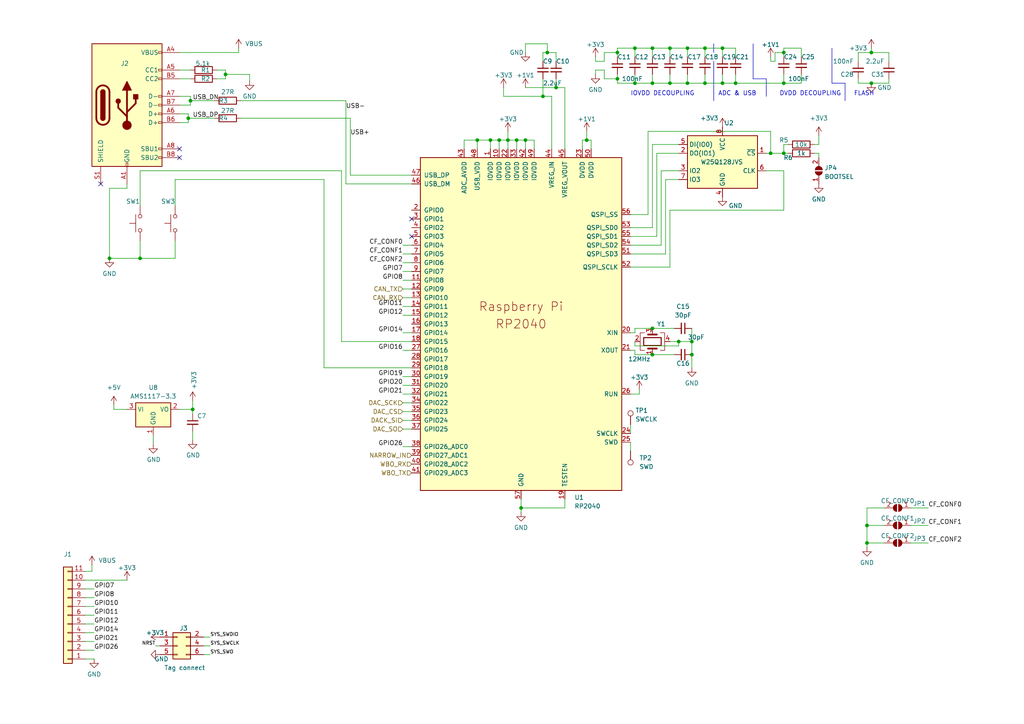
<source format=kicad_sch>
(kicad_sch (version 20230819) (generator eeschema)
  (paper "A4")
  (title_block (title "OpenEFI WBO Carrier Board") (date "2023-11-28") (rev "v3") (company "Churrosoft®") (comment 1 "CERN-OHL-S Licence"))
  (lib_symbols
    (symbol "Connector:TestPoint" (pin_numbers hide) (pin_names (offset 0.762) hide)
      (property "Reference" "TP" (at 0 6.858 0))
      (property "Value" "TestPoint" (at 0 5.08 0))
      (symbol "TestPoint_1_1"
        (pin passive line (at 0 0 90) (length 2.54) (name "1") (number "1"))
      )
    )
    (symbol "Connector:USB_C_Receptacle_USB2.0" (pin_names (offset 1.016))
      (property "Reference" "J" (at -10.16 19.05 0))
      (property "Value" "USB_C_Receptacle_USB2.0" (at 19.05 19.05 0))
      (symbol "USB_C_Receptacle_USB2.0_1_1"
        (pin passive line (at 0 -22.86 90) (length 5.08) (name "GND") (number "A1"))
        (pin passive line (at 0 -22.86 90) (length 5.08) hide (name "GND") (number "A12"))
        (pin passive line (at 15.24 15.24 180) (length 5.08) (name "VBUS") (number "A4"))
        (pin bidirectional line (at 15.24 10.16 180) (length 5.08) (name "CC1") (number "A5"))
        (pin bidirectional line (at 15.24 -2.54 180) (length 5.08) (name "D+") (number "A6"))
        (pin bidirectional line (at 15.24 2.54 180) (length 5.08) (name "D-") (number "A7"))
        (pin bidirectional line (at 15.24 -12.7 180) (length 5.08) (name "SBU1") (number "A8"))
        (pin passive line (at 15.24 15.24 180) (length 5.08) hide (name "VBUS") (number "A9"))
        (pin passive line (at 0 -22.86 90) (length 5.08) hide (name "GND") (number "B1"))
        (pin passive line (at 0 -22.86 90) (length 5.08) hide (name "GND") (number "B12"))
        (pin passive line (at 15.24 15.24 180) (length 5.08) hide (name "VBUS") (number "B4"))
        (pin bidirectional line (at 15.24 7.62 180) (length 5.08) (name "CC2") (number "B5"))
        (pin bidirectional line (at 15.24 -5.08 180) (length 5.08) (name "D+") (number "B6"))
        (pin bidirectional line (at 15.24 0 180) (length 5.08) (name "D-") (number "B7"))
        (pin bidirectional line (at 15.24 -15.24 180) (length 5.08) (name "SBU2") (number "B8"))
        (pin passive line (at 15.24 15.24 180) (length 5.08) hide (name "VBUS") (number "B9"))
        (pin passive line (at -7.62 -22.86 90) (length 5.08) (name "SHIELD") (number "S1"))
      )
    )
    (symbol "Connector_Generic:Conn_01x11" (pin_names (offset 1.016) hide)
      (property "Reference" "J" (at 0 15.24 0))
      (property "Value" "Conn_01x11" (at 0 -15.24 0))
      (symbol "Conn_01x11_1_1"
        (pin passive line (at -5.08 12.7 0) (length 3.81) (name "Pin_1") (number "1"))
        (pin passive line (at -5.08 -10.16 0) (length 3.81) (name "Pin_10") (number "10"))
        (pin passive line (at -5.08 -12.7 0) (length 3.81) (name "Pin_11") (number "11"))
        (pin passive line (at -5.08 10.16 0) (length 3.81) (name "Pin_2") (number "2"))
        (pin passive line (at -5.08 7.62 0) (length 3.81) (name "Pin_3") (number "3"))
        (pin passive line (at -5.08 5.08 0) (length 3.81) (name "Pin_4") (number "4"))
        (pin passive line (at -5.08 2.54 0) (length 3.81) (name "Pin_5") (number "5"))
        (pin passive line (at -5.08 0 0) (length 3.81) (name "Pin_6") (number "6"))
        (pin passive line (at -5.08 -2.54 0) (length 3.81) (name "Pin_7") (number "7"))
        (pin passive line (at -5.08 -5.08 0) (length 3.81) (name "Pin_8") (number "8"))
        (pin passive line (at -5.08 -7.62 0) (length 3.81) (name "Pin_9") (number "9"))
      )
    )
    (symbol "Connector_Generic:Conn_02x03_Odd_Even" (pin_names (offset 1.016) hide)
      (property "Reference" "J" (at 1.27 5.08 0))
      (property "Value" "Conn_02x03_Odd_Even" (at 1.27 -5.08 0))
      (symbol "Conn_02x03_Odd_Even_1_1"
        (pin passive line (at -5.08 2.54 0) (length 3.81) (name "Pin_1") (number "1"))
        (pin passive line (at 7.62 2.54 180) (length 3.81) (name "Pin_2") (number "2"))
        (pin passive line (at -5.08 0 0) (length 3.81) (name "Pin_3") (number "3"))
        (pin passive line (at 7.62 0 180) (length 3.81) (name "Pin_4") (number "4"))
        (pin passive line (at -5.08 -2.54 0) (length 3.81) (name "Pin_5") (number "5"))
        (pin passive line (at 7.62 -2.54 180) (length 3.81) (name "Pin_6") (number "6"))
      )
    )
    (symbol "Device:C_Small" (pin_numbers hide) (pin_names (offset 0.254) hide)
      (property "Reference" "C" (at 0.254 1.778 0))
      (property "Value" "C_Small" (at 0.254 -2.032 0))
      (symbol "C_Small_1_1"
        (pin passive line (at 0 2.54 270) (length 2.032) (name "~") (number "1"))
        (pin passive line (at 0 -2.54 90) (length 2.032) (name "~") (number "2"))
      )
    )
    (symbol "Device:Crystal_GND24" (pin_names (offset 1.016) hide)
      (property "Reference" "Y" (at 3.175 5.08 0))
      (property "Value" "Crystal_GND24" (at 3.175 3.175 0))
      (symbol "Crystal_GND24_1_1"
        (pin passive line (at -3.81 0 0) (length 1.27) (name "1") (number "1"))
        (pin passive line (at 0 5.08 270) (length 1.27) (name "2") (number "2"))
        (pin passive line (at 3.81 0 180) (length 1.27) (name "3") (number "3"))
        (pin passive line (at 0 -5.08 90) (length 1.27) (name "4") (number "4"))
      )
    )
    (symbol "Device:R" (pin_numbers hide) (pin_names (offset 0))
      (property "Reference" "R" (at 2.032 0 90))
      (property "Value" "R" (at 0 0 90))
      (symbol "R_1_1"
        (pin passive line (at 0 3.81 270) (length 1.27) (name "~") (number "1"))
        (pin passive line (at 0 -3.81 90) (length 1.27) (name "~") (number "2"))
      )
    )
    (symbol "Jumper:SolderJumper_2_Open" (pin_names (offset 0) hide)
      (property "Reference" "JP" (at 0 2.032 0))
      (property "Value" "SolderJumper_2_Open" (at 0 -2.54 0))
      (symbol "SolderJumper_2_Open_1_1"
        (pin passive line (at -3.81 0 0) (length 2.54) (name "A") (number "1"))
        (pin passive line (at 3.81 0 180) (length 2.54) (name "B") (number "2"))
      )
    )
    (symbol "Memory_Flash:W25Q128JVS"
      (property "Reference" "U" (at -8.89 8.89 0))
      (property "Value" "W25Q128JVS" (at 7.62 8.89 0))
      (symbol "W25Q128JVS_1_1"
        (pin input line (at -12.7 2.54 0) (length 2.54) (name "~{CS}") (number "1"))
        (pin bidirectional line (at 12.7 2.54 180) (length 2.54) (name "DO(IO1)") (number "2"))
        (pin bidirectional line (at 12.7 -2.54 180) (length 2.54) (name "IO2") (number "3"))
        (pin power_in line (at 0 -10.16 90) (length 2.54) (name "GND") (number "4"))
        (pin bidirectional line (at 12.7 5.08 180) (length 2.54) (name "DI(IO0)") (number "5"))
        (pin input line (at -12.7 -2.54 0) (length 2.54) (name "CLK") (number "6"))
        (pin bidirectional line (at 12.7 -5.08 180) (length 2.54) (name "IO3") (number "7"))
        (pin power_in line (at 0 10.16 270) (length 2.54) (name "VCC") (number "8"))
      )
    )
    (symbol "Regulator_Linear:AMS1117-3.3"
      (property "Reference" "U" (at -3.81 3.175 0))
      (property "Value" "AMS1117-3.3" (at 0 3.175 0))
      (symbol "AMS1117-3.3_1_1"
        (pin power_in line (at 0 -7.62 90) (length 2.54) (name "GND") (number "1"))
        (pin power_out line (at 7.62 0 180) (length 2.54) (name "VO") (number "2"))
        (pin power_in line (at -7.62 0 0) (length 2.54) (name "VI") (number "3"))
      )
    )
    (symbol "Switch:SW_Push" (pin_numbers hide) (pin_names (offset 1.016) hide)
      (property "Reference" "SW" (at 1.27 2.54 0))
      (property "Value" "SW_Push" (at 0 -1.524 0))
      (symbol "SW_Push_0_1"
        (pin passive line (at -5.08 0 0) (length 2.54) (name "1") (number "1"))
        (pin passive line (at 5.08 0 180) (length 2.54) (name "2") (number "2"))
      )
    )
    (symbol "power:+1V1" (power) (pin_names (offset 0))
      (property "Value" "+1V1" (at 0 3.556 0))
      (symbol "+1V1_1_1"
        (pin power_in line (at 0 0 90) (length 0) hide (name "+1V1") (number "1"))
      )
    )
    (symbol "power:+3V3" (power) (pin_names (offset 0))
      (property "Value" "+3V3" (at 0 3.556 0))
      (symbol "+3V3_1_1"
        (pin power_in line (at 0 0 90) (length 0) hide (name "+3V3") (number "1"))
      )
    )
    (symbol "power:+5V" (power) (pin_names (offset 0))
      (property "Value" "+5V" (at 0 3.556 0))
      (symbol "+5V_1_1"
        (pin power_in line (at 0 0 90) (length 0) hide (name "+5V") (number "1"))
      )
    )
    (symbol "power:GND" (power) (pin_names (offset 0))
      (property "Value" "GND" (at 0 -3.81 0))
      (symbol "GND_1_1"
        (pin power_in line (at 0 0 270) (length 0) hide (name "GND") (number "1"))
      )
    )
    (symbol "power:VBUS" (power) (pin_names (offset 0))
      (property "Value" "VBUS" (at 0 3.81 0))
      (symbol "VBUS_1_1"
        (pin power_in line (at 0 0 90) (length 0) hide (name "VBUS") (number "1"))
      )
    )
    (symbol "rp_pico:RP2040" (pin_names (offset 1.016))
      (property "Reference" "U" (at -29.21 49.53 0))
      (property "Value" "RP2040" (at 24.13 -49.53 0))
      (symbol "RP2040_0_0"
        (text "Raspberry Pi" (at 0 5.08 0) (effects (font (size 2.54 2.54))))
        (text "RP2040" (at 0 0 0) (effects (font (size 2.54 2.54))))
      )
      (symbol "RP2040_1_1"
        (pin power_in line (at 8.89 50.8 270) (length 2.54) (name "IOVDD") (number "1"))
        (pin power_in line (at 6.35 50.8 270) (length 2.54) (name "IOVDD") (number "10"))
        (pin bidirectional line (at 31.75 12.7 180) (length 2.54) (name "GPIO8") (number "11"))
        (pin bidirectional line (at 31.75 10.16 180) (length 2.54) (name "GPIO9") (number "12"))
        (pin bidirectional line (at 31.75 7.62 180) (length 2.54) (name "GPIO10") (number "13"))
        (pin bidirectional line (at 31.75 5.08 180) (length 2.54) (name "GPIO11") (number "14"))
        (pin bidirectional line (at 31.75 2.54 180) (length 2.54) (name "GPIO12") (number "15"))
        (pin bidirectional line (at 31.75 0 180) (length 2.54) (name "GPIO13") (number "16"))
        (pin bidirectional line (at 31.75 -2.54 180) (length 2.54) (name "GPIO14") (number "17"))
        (pin bidirectional line (at 31.75 -5.08 180) (length 2.54) (name "GPIO15") (number "18"))
        (pin passive line (at -12.7 -50.8 90) (length 2.54) (name "TESTEN") (number "19"))
        (pin bidirectional line (at 31.75 33.02 180) (length 2.54) (name "GPIO0") (number "2"))
        (pin input line (at -31.75 -2.54 0) (length 2.54) (name "XIN") (number "20"))
        (pin passive line (at -31.75 -7.62 0) (length 2.54) (name "XOUT") (number "21"))
        (pin power_in line (at 3.81 50.8 270) (length 2.54) (name "IOVDD") (number "22"))
        (pin power_in line (at -17.78 50.8 270) (length 2.54) (name "DVDD") (number "23"))
        (pin output line (at -31.75 -31.75 0) (length 2.54) (name "SWCLK") (number "24"))
        (pin bidirectional line (at -31.75 -34.29 0) (length 2.54) (name "SWD") (number "25"))
        (pin input line (at -31.75 -20.32 0) (length 2.54) (name "RUN") (number "26"))
        (pin bidirectional line (at 31.75 -7.62 180) (length 2.54) (name "GPIO16") (number "27"))
        (pin bidirectional line (at 31.75 -10.16 180) (length 2.54) (name "GPIO17") (number "28"))
        (pin bidirectional line (at 31.75 -12.7 180) (length 2.54) (name "GPIO18") (number "29"))
        (pin bidirectional line (at 31.75 30.48 180) (length 2.54) (name "GPIO1") (number "3"))
        (pin bidirectional line (at 31.75 -15.24 180) (length 2.54) (name "GPIO19") (number "30"))
        (pin bidirectional line (at 31.75 -17.78 180) (length 2.54) (name "GPIO20") (number "31"))
        (pin bidirectional line (at 31.75 -20.32 180) (length 2.54) (name "GPIO21") (number "32"))
        (pin power_in line (at 1.27 50.8 270) (length 2.54) (name "IOVDD") (number "33"))
        (pin bidirectional line (at 31.75 -22.86 180) (length 2.54) (name "GPIO22") (number "34"))
        (pin bidirectional line (at 31.75 -25.4 180) (length 2.54) (name "GPIO23") (number "35"))
        (pin bidirectional line (at 31.75 -27.94 180) (length 2.54) (name "GPIO24") (number "36"))
        (pin bidirectional line (at 31.75 -30.48 180) (length 2.54) (name "GPIO25") (number "37"))
        (pin bidirectional line (at 31.75 -35.56 180) (length 2.54) (name "GPIO26_ADC0") (number "38"))
        (pin bidirectional line (at 31.75 -38.1 180) (length 2.54) (name "GPIO27_ADC1") (number "39"))
        (pin bidirectional line (at 31.75 27.94 180) (length 2.54) (name "GPIO2") (number "4"))
        (pin bidirectional line (at 31.75 -40.64 180) (length 2.54) (name "GPIO28_ADC2") (number "40"))
        (pin bidirectional line (at 31.75 -43.18 180) (length 2.54) (name "GPIO29_ADC3") (number "41"))
        (pin power_in line (at -1.27 50.8 270) (length 2.54) (name "IOVDD") (number "42"))
        (pin power_in line (at 16.51 50.8 270) (length 2.54) (name "ADC_AVDD") (number "43"))
        (pin power_in line (at -8.89 50.8 270) (length 2.54) (name "VREG_IN") (number "44"))
        (pin power_out line (at -12.7 50.8 270) (length 2.54) (name "VREG_VOUT") (number "45"))
        (pin bidirectional line (at 31.75 40.64 180) (length 2.54) (name "USB_DM") (number "46"))
        (pin bidirectional line (at 31.75 43.18 180) (length 2.54) (name "USB_DP") (number "47"))
        (pin power_in line (at 12.7 50.8 270) (length 2.54) (name "USB_VDD") (number "48"))
        (pin power_in line (at -3.81 50.8 270) (length 2.54) (name "IOVDD") (number "49"))
        (pin bidirectional line (at 31.75 25.4 180) (length 2.54) (name "GPIO3") (number "5"))
        (pin power_in line (at -20.32 50.8 270) (length 2.54) (name "DVDD") (number "50"))
        (pin bidirectional line (at -31.75 20.32 0) (length 2.54) (name "QSPI_SD3") (number "51"))
        (pin output line (at -31.75 16.51 0) (length 2.54) (name "QSPI_SCLK") (number "52"))
        (pin bidirectional line (at -31.75 27.94 0) (length 2.54) (name "QSPI_SD0") (number "53"))
        (pin bidirectional line (at -31.75 22.86 0) (length 2.54) (name "QSPI_SD2") (number "54"))
        (pin bidirectional line (at -31.75 25.4 0) (length 2.54) (name "QSPI_SD1") (number "55"))
        (pin bidirectional line (at -31.75 31.75 0) (length 2.54) (name "QSPI_SS") (number "56"))
        (pin power_in line (at 0 -50.8 90) (length 2.54) (name "GND") (number "57"))
        (pin bidirectional line (at 31.75 22.86 180) (length 2.54) (name "GPIO4") (number "6"))
        (pin bidirectional line (at 31.75 20.32 180) (length 2.54) (name "GPIO5") (number "7"))
        (pin bidirectional line (at 31.75 17.78 180) (length 2.54) (name "GPIO6") (number "8"))
        (pin bidirectional line (at 31.75 15.24 180) (length 2.54) (name "GPIO7") (number "9"))
      )
    )
  )
  (junction (at 204.47 13.97))
  (junction (at 189.23 95.25))
  (junction (at 55.245 29.21))
  (junction (at 227.33 24.13))
  (junction (at 138.43 40.64))
  (junction (at 227.33 15.24))
  (junction (at 65.405 21.59))
  (junction (at 204.47 24.13))
  (junction (at 199.39 24.13))
  (junction (at 158.75 15.24))
  (junction (at 184.15 13.97))
  (junction (at 54.61 34.29))
  (junction (at 55.88 118.745))
  (junction (at 40.64 74.93))
  (junction (at 184.15 24.13))
  (junction (at 251.46 157.48))
  (junction (at 189.23 24.13))
  (junction (at 147.32 40.64))
  (junction (at 170.18 40.64))
  (junction (at 196.85 99.06))
  (junction (at 189.23 102.87))
  (junction (at 223.52 44.45))
  (junction (at 209.55 24.13))
  (junction (at 189.23 13.97))
  (junction (at 161.29 25.4))
  (junction (at 152.4 40.64))
  (junction (at 252.73 24.13))
  (junction (at 209.55 13.97))
  (junction (at 252.73 15.24))
  (junction (at 142.24 40.64))
  (junction (at 179.07 15.24))
  (junction (at 31.75 74.93))
  (junction (at 194.31 13.97))
  (junction (at 200.66 102.87))
  (junction (at 227.33 44.45))
  (junction (at 194.31 24.13))
  (junction (at 213.36 24.13))
  (junction (at 149.86 40.64))
  (junction (at 199.39 13.97))
  (junction (at 251.46 152.4))
  (junction (at 144.78 40.64))
  (junction (at 157.48 27.94))
  (junction (at 179.07 22.86))
  (junction (at 151.13 147.32))
  (junction (at 200.66 99.06))
  (no_connect (at 52.07 43.18))
  (no_connect (at 119.38 68.58))
  (no_connect (at 29.21 53.34))
  (no_connect (at 52.07 45.72))
  (no_connect (at 119.38 63.5))
  (wire (pts (xy 55.88 118.745) (xy 52.07 118.745)))
  (wire (pts (xy 213.36 16.51) (xy 213.36 13.97)))
  (wire (pts (xy 27.305 188.595) (xy 24.765 188.595)))
  (wire (pts (xy 227.33 44.45) (xy 227.33 41.91)))
  (wire (pts (xy 72.39 23.495) (xy 72.39 21.59)))
  (wire (pts (xy 65.405 21.59) (xy 65.405 22.86)))
  (wire (pts (xy 257.81 22.86) (xy 257.81 24.13)))
  (wire (pts (xy 52.07 33.02) (xy 54.61 33.02)))
  (wire (pts (xy 40.64 74.93) (xy 50.8 74.93)))
  (wire (pts (xy 44.45 126.365) (xy 44.45 128.905)))
  (wire (pts (xy 189.23 102.87) (xy 195.58 102.87)))
  (wire (pts (xy 252.73 13.97) (xy 252.73 15.24)))
  (polyline (pts (xy 245.11 24.13) (xy 241.3 24.13)))
  (wire (pts (xy 24.765 180.975) (xy 27.305 180.975)))
  (wire (pts (xy 138.43 40.64) (xy 142.24 40.64)))
  (wire (pts (xy 172.72 21.59) (xy 172.72 20.32)))
  (wire (pts (xy 204.47 21.59) (xy 204.47 24.13)))
  (wire (pts (xy 24.765 178.435) (xy 27.305 178.435)))
  (wire (pts (xy 227.33 41.91) (xy 228.6 41.91)))
  (wire (pts (xy 191.77 71.12) (xy 191.77 49.53)))
  (wire (pts (xy 116.84 96.52) (xy 119.38 96.52)))
  (wire (pts (xy 182.88 77.47) (xy 194.31 77.47)))
  (wire (pts (xy 227.33 49.53) (xy 222.25 49.53)))
  (wire (pts (xy 69.215 13.97) (xy 69.215 15.24)))
  (wire (pts (xy 69.215 15.24) (xy 52.07 15.24)))
  (wire (pts (xy 204.47 13.97) (xy 199.39 13.97)))
  (wire (pts (xy 223.52 38.1) (xy 223.52 44.45)))
  (wire (pts (xy 119.38 106.68) (xy 93.98 106.68)))
  (wire (pts (xy 50.8 52.07) (xy 50.8 59.69)))
  (wire (pts (xy 24.765 175.895) (xy 27.305 175.895)))
  (wire (pts (xy 227.33 15.24) (xy 227.33 16.51)))
  (polyline (pts (xy 222.25 27.94) (xy 222.25 22.86)))
  (wire (pts (xy 116.84 71.12) (xy 119.38 71.12)))
  (wire (pts (xy 116.84 91.44) (xy 119.38 91.44)))
  (wire (pts (xy 257.81 17.78) (xy 257.81 15.24)))
  (wire (pts (xy 55.245 27.94) (xy 55.245 29.21)))
  (wire (pts (xy 151.13 144.78) (xy 151.13 147.32)))
  (wire (pts (xy 189.23 21.59) (xy 189.23 24.13)))
  (wire (pts (xy 209.55 16.51) (xy 209.55 13.97)))
  (wire (pts (xy 256.54 152.4) (xy 251.46 152.4)))
  (wire (pts (xy 189.23 13.97) (xy 184.15 13.97)))
  (wire (pts (xy 184.15 13.97) (xy 184.15 16.51)))
  (wire (pts (xy 152.4 40.64) (xy 152.4 43.18)))
  (wire (pts (xy 199.39 13.97) (xy 199.39 16.51)))
  (wire (pts (xy 227.33 13.97) (xy 227.33 15.24)))
  (wire (pts (xy 209.55 21.59) (xy 209.55 24.13)))
  (wire (pts (xy 237.49 41.91) (xy 236.22 41.91)))
  (wire (pts (xy 45.085 187.325) (xy 46.355 187.325)))
  (wire (pts (xy 184.15 102.87) (xy 184.15 101.6)))
  (wire (pts (xy 182.88 66.04) (xy 189.23 66.04)))
  (wire (pts (xy 184.15 95.25) (xy 184.15 96.52)))
  (wire (pts (xy 168.91 40.64) (xy 168.91 43.18)))
  (wire (pts (xy 138.43 40.64) (xy 138.43 43.18)))
  (wire (pts (xy 194.31 13.97) (xy 194.31 16.51)))
  (wire (pts (xy 191.77 49.53) (xy 196.85 49.53)))
  (wire (pts (xy 116.84 111.76) (xy 119.38 111.76)))
  (wire (pts (xy 54.61 34.29) (xy 54.61 35.56)))
  (wire (pts (xy 142.24 40.64) (xy 142.24 43.18)))
  (wire (pts (xy 182.88 114.3) (xy 185.42 114.3)))
  (wire (pts (xy 163.83 144.78) (xy 163.83 147.32)))
  (wire (pts (xy 116.84 101.6) (xy 119.38 101.6)))
  (wire (pts (xy 184.15 24.13) (xy 179.07 24.13)))
  (wire (pts (xy 232.41 24.13) (xy 227.33 24.13)))
  (wire (pts (xy 184.15 99.06) (xy 184.15 100.33)))
  (wire (pts (xy 213.36 21.59) (xy 213.36 24.13)))
  (wire (pts (xy 116.84 121.92) (xy 119.38 121.92)))
  (wire (pts (xy 116.84 73.66) (xy 119.38 73.66)))
  (wire (pts (xy 184.15 96.52) (xy 182.88 96.52)))
  (wire (pts (xy 196.85 52.07) (xy 193.04 52.07)))
  (wire (pts (xy 200.66 99.06) (xy 200.66 102.87)))
  (wire (pts (xy 36.83 54.61) (xy 31.75 54.61)))
  (wire (pts (xy 189.23 95.25) (xy 195.58 95.25)))
  (wire (pts (xy 175.26 17.78) (xy 175.26 15.24)))
  (wire (pts (xy 182.88 62.23) (xy 187.96 62.23)))
  (wire (pts (xy 116.84 81.28) (xy 119.38 81.28)))
  (wire (pts (xy 248.92 17.78) (xy 248.92 15.24)))
  (wire (pts (xy 147.32 40.64) (xy 147.32 43.18)))
  (wire (pts (xy 227.33 44.45) (xy 228.6 44.45)))
  (wire (pts (xy 55.245 29.21) (xy 62.23 29.21)))
  (wire (pts (xy 251.46 147.32) (xy 251.46 152.4)))
  (wire (pts (xy 171.45 40.64) (xy 170.18 40.64)))
  (wire (pts (xy 264.16 157.48) (xy 269.24 157.48)))
  (wire (pts (xy 116.84 109.22) (xy 119.38 109.22)))
  (wire (pts (xy 182.88 125.73) (xy 182.88 123.19)))
  (wire (pts (xy 223.52 16.51) (xy 223.52 17.78)))
  (wire (pts (xy 116.84 78.74) (xy 119.38 78.74)))
  (wire (pts (xy 157.48 15.24) (xy 157.48 17.78)))
  (wire (pts (xy 24.765 191.135) (xy 27.305 191.135)))
  (wire (pts (xy 187.96 38.1) (xy 187.96 62.23)))
  (wire (pts (xy 40.64 49.53) (xy 99.06 49.53)))
  (wire (pts (xy 157.48 22.86) (xy 157.48 27.94)))
  (wire (pts (xy 119.38 50.8) (xy 101.6 50.8)))
  (wire (pts (xy 184.15 13.97) (xy 179.07 13.97)))
  (wire (pts (xy 182.88 71.12) (xy 191.77 71.12)))
  (wire (pts (xy 199.39 21.59) (xy 199.39 24.13)))
  (wire (pts (xy 146.05 27.94) (xy 146.05 25.4)))
  (wire (pts (xy 194.31 60.96) (xy 194.31 77.47)))
  (wire (pts (xy 179.07 13.97) (xy 179.07 15.24)))
  (wire (pts (xy 252.73 15.24) (xy 248.92 15.24)))
  (wire (pts (xy 52.07 27.94) (xy 55.245 27.94)))
  (polyline (pts (xy 218.44 12.7) (xy 218.44 22.86)))
  (wire (pts (xy 190.5 44.45) (xy 190.5 68.58)))
  (polyline (pts (xy 245.11 29.21) (xy 245.11 24.13)))
  (wire (pts (xy 171.45 40.64) (xy 171.45 43.18)))
  (wire (pts (xy 154.94 40.64) (xy 152.4 40.64)))
  (wire (pts (xy 213.36 13.97) (xy 209.55 13.97)))
  (wire (pts (xy 264.16 147.32) (xy 269.24 147.32)))
  (wire (pts (xy 161.29 22.86) (xy 161.29 25.4)))
  (wire (pts (xy 175.26 20.32) (xy 175.26 22.86)))
  (wire (pts (xy 179.07 15.24) (xy 179.07 16.51)))
  (wire (pts (xy 175.26 22.86) (xy 179.07 22.86)))
  (wire (pts (xy 194.31 21.59) (xy 194.31 24.13)))
  (wire (pts (xy 223.52 44.45) (xy 227.33 44.45)))
  (wire (pts (xy 31.75 54.61) (xy 31.75 74.93)))
  (wire (pts (xy 134.62 40.64) (xy 138.43 40.64)))
  (wire (pts (xy 256.54 147.32) (xy 251.46 147.32)))
  (wire (pts (xy 196.85 100.33) (xy 196.85 99.06)))
  (wire (pts (xy 144.78 40.64) (xy 142.24 40.64)))
  (wire (pts (xy 55.88 125.095) (xy 55.88 127.635)))
  (wire (pts (xy 52.07 30.48) (xy 55.245 30.48)))
  (wire (pts (xy 163.83 147.32) (xy 151.13 147.32)))
  (wire (pts (xy 100.33 29.21) (xy 100.33 53.34)))
  (wire (pts (xy 149.86 40.64) (xy 147.32 40.64)))
  (wire (pts (xy 194.31 24.13) (xy 199.39 24.13)))
  (wire (pts (xy 185.42 114.3) (xy 185.42 113.03)))
  (wire (pts (xy 209.55 13.97) (xy 204.47 13.97)))
  (wire (pts (xy 194.31 24.13) (xy 189.23 24.13)))
  (wire (pts (xy 196.85 99.06) (xy 200.66 99.06)))
  (wire (pts (xy 175.26 15.24) (xy 179.07 15.24)))
  (wire (pts (xy 40.64 69.85) (xy 40.64 74.93)))
  (wire (pts (xy 200.66 102.87) (xy 200.66 106.68)))
  (wire (pts (xy 52.07 20.32) (xy 55.245 20.32)))
  (wire (pts (xy 213.36 24.13) (xy 209.55 24.13)))
  (wire (pts (xy 251.46 157.48) (xy 256.54 157.48)))
  (wire (pts (xy 24.765 165.735) (xy 26.67 165.735)))
  (wire (pts (xy 72.39 21.59) (xy 65.405 21.59)))
  (wire (pts (xy 93.98 106.68) (xy 93.98 52.07)))
  (polyline (pts (xy 207.01 12.7) (xy 207.01 15.24)))
  (wire (pts (xy 213.36 24.13) (xy 227.33 24.13)))
  (wire (pts (xy 116.84 129.54) (xy 119.38 129.54)))
  (wire (pts (xy 24.765 168.275) (xy 36.83 168.275)))
  (wire (pts (xy 24.765 170.815) (xy 27.305 170.815)))
  (wire (pts (xy 224.79 15.24) (xy 227.33 15.24)))
  (wire (pts (xy 33.02 117.475) (xy 33.02 118.745)))
  (wire (pts (xy 160.02 27.94) (xy 157.48 27.94)))
  (wire (pts (xy 69.85 29.21) (xy 100.33 29.21)))
  (wire (pts (xy 50.8 52.07) (xy 93.98 52.07)))
  (wire (pts (xy 55.88 116.205) (xy 55.88 118.745)))
  (polyline (pts (xy 222.25 22.86) (xy 218.44 22.86)))
  (wire (pts (xy 172.72 17.78) (xy 175.26 17.78)))
  (wire (pts (xy 101.6 50.8) (xy 101.6 34.29)))
  (wire (pts (xy 31.75 74.93) (xy 40.64 74.93)))
  (wire (pts (xy 36.83 53.34) (xy 36.83 54.61)))
  (wire (pts (xy 237.49 39.37) (xy 237.49 41.91)))
  (wire (pts (xy 99.06 99.06) (xy 119.38 99.06)))
  (wire (pts (xy 170.18 40.64) (xy 168.91 40.64)))
  (wire (pts (xy 62.865 20.32) (xy 65.405 20.32)))
  (wire (pts (xy 69.85 34.29) (xy 101.6 34.29)))
  (wire (pts (xy 147.32 40.64) (xy 144.78 40.64)))
  (wire (pts (xy 222.25 44.45) (xy 223.52 44.45)))
  (wire (pts (xy 187.96 38.1) (xy 223.52 38.1)))
  (wire (pts (xy 99.06 49.53) (xy 99.06 99.06)))
  (wire (pts (xy 227.33 21.59) (xy 227.33 24.13)))
  (wire (pts (xy 161.29 25.4) (xy 163.83 25.4)))
  (polyline (pts (xy 241.3 13.97) (xy 241.3 24.13)))
  (wire (pts (xy 116.84 76.2) (xy 119.38 76.2)))
  (wire (pts (xy 147.32 38.1) (xy 147.32 40.64)))
  (wire (pts (xy 24.765 183.515) (xy 27.305 183.515)))
  (wire (pts (xy 193.04 52.07) (xy 193.04 73.66)))
  (wire (pts (xy 116.84 119.38) (xy 119.38 119.38)))
  (wire (pts (xy 184.15 101.6) (xy 182.88 101.6)))
  (wire (pts (xy 26.67 165.735) (xy 26.67 163.83)))
  (wire (pts (xy 193.04 73.66) (xy 182.88 73.66)))
  (wire (pts (xy 161.29 17.78) (xy 161.29 15.24)))
  (wire (pts (xy 116.84 83.82) (xy 119.38 83.82)))
  (wire (pts (xy 194.31 13.97) (xy 189.23 13.97)))
  (wire (pts (xy 232.41 21.59) (xy 232.41 24.13)))
  (wire (pts (xy 27.305 186.055) (xy 24.765 186.055)))
  (wire (pts (xy 224.79 17.78) (xy 224.79 15.24)))
  (wire (pts (xy 209.55 24.13) (xy 204.47 24.13)))
  (wire (pts (xy 54.61 34.29) (xy 62.23 34.29)))
  (wire (pts (xy 251.46 152.4) (xy 251.46 157.48)))
  (wire (pts (xy 100.33 53.34) (xy 119.38 53.34)))
  (wire (pts (xy 149.86 40.64) (xy 149.86 43.18)))
  (wire (pts (xy 184.15 95.25) (xy 189.23 95.25)))
  (wire (pts (xy 152.4 40.64) (xy 149.86 40.64)))
  (wire (pts (xy 55.88 120.015) (xy 55.88 118.745)))
  (wire (pts (xy 55.245 29.21) (xy 55.245 30.48)))
  (wire (pts (xy 179.07 24.13) (xy 179.07 22.86)))
  (wire (pts (xy 252.73 15.24) (xy 257.81 15.24)))
  (wire (pts (xy 199.39 24.13) (xy 204.47 24.13)))
  (wire (pts (xy 60.96 184.785) (xy 59.055 184.785)))
  (wire (pts (xy 236.22 44.45) (xy 237.49 44.45)))
  (wire (pts (xy 170.18 38.1) (xy 170.18 40.64)))
  (wire (pts (xy 65.405 20.32) (xy 65.405 21.59)))
  (wire (pts (xy 232.41 16.51) (xy 232.41 13.97)))
  (wire (pts (xy 194.31 60.96) (xy 227.33 60.96)))
  (wire (pts (xy 194.31 99.06) (xy 196.85 99.06)))
  (wire (pts (xy 172.72 16.51) (xy 172.72 17.78)))
  (wire (pts (xy 248.92 24.13) (xy 248.92 22.86)))
  (wire (pts (xy 52.07 35.56) (xy 54.61 35.56)))
  (wire (pts (xy 24.765 173.355) (xy 27.305 173.355)))
  (wire (pts (xy 184.15 21.59) (xy 184.15 24.13)))
  (wire (pts (xy 134.62 43.18) (xy 134.62 40.64)))
  (wire (pts (xy 33.02 118.745) (xy 36.83 118.745)))
  (wire (pts (xy 60.96 187.325) (xy 59.055 187.325)))
  (wire (pts (xy 52.07 22.86) (xy 55.245 22.86)))
  (wire (pts (xy 200.66 95.25) (xy 200.66 99.06)))
  (wire (pts (xy 60.96 189.865) (xy 59.055 189.865)))
  (wire (pts (xy 251.46 158.75) (xy 251.46 157.48)))
  (wire (pts (xy 189.23 24.13) (xy 184.15 24.13)))
  (wire (pts (xy 184.15 102.87) (xy 189.23 102.87)))
  (wire (pts (xy 204.47 16.51) (xy 204.47 13.97)))
  (wire (pts (xy 223.52 17.78) (xy 224.79 17.78)))
  (wire (pts (xy 184.15 100.33) (xy 196.85 100.33)))
  (wire (pts (xy 152.4 15.24) (xy 152.4 12.7)))
  (wire (pts (xy 50.8 69.85) (xy 50.8 74.93)))
  (wire (pts (xy 199.39 13.97) (xy 194.31 13.97)))
  (wire (pts (xy 116.84 86.36) (xy 119.38 86.36)))
  (wire (pts (xy 189.23 13.97) (xy 189.23 16.51)))
  (wire (pts (xy 257.81 24.13) (xy 252.73 24.13)))
  (wire (pts (xy 158.75 12.7) (xy 158.75 15.24)))
  (wire (pts (xy 190.5 68.58) (xy 182.88 68.58)))
  (wire (pts (xy 152.4 25.4) (xy 161.29 25.4)))
  (wire (pts (xy 179.07 22.86) (xy 179.07 21.59)))
  (wire (pts (xy 227.33 49.53) (xy 227.33 60.96)))
  (wire (pts (xy 116.84 116.84) (xy 119.38 116.84)))
  (wire (pts (xy 161.29 15.24) (xy 158.75 15.24)))
  (wire (pts (xy 152.4 12.7) (xy 158.75 12.7)))
  (wire (pts (xy 189.23 66.04) (xy 189.23 41.91)))
  (wire (pts (xy 116.84 114.3) (xy 119.38 114.3)))
  (wire (pts (xy 189.23 41.91) (xy 196.85 41.91)))
  (wire (pts (xy 65.405 22.86) (xy 62.865 22.86)))
  (wire (pts (xy 172.72 20.32) (xy 175.26 20.32)))
  (wire (pts (xy 157.48 27.94) (xy 146.05 27.94)))
  (wire (pts (xy 116.84 124.46) (xy 119.38 124.46)))
  (wire (pts (xy 196.85 44.45) (xy 190.5 44.45)))
  (wire (pts (xy 54.61 33.02) (xy 54.61 34.29)))
  (wire (pts (xy 163.83 43.18) (xy 163.83 25.4)))
  (polyline (pts (xy 207.01 17.78) (xy 207.01 29.21)))
  (wire (pts (xy 158.75 15.24) (xy 157.48 15.24)))
  (wire (pts (xy 154.94 43.18) (xy 154.94 40.64)))
  (wire (pts (xy 160.02 27.94) (xy 160.02 43.18)))
  (wire (pts (xy 182.88 128.27) (xy 182.88 130.81)))
  (wire (pts (xy 40.64 49.53) (xy 40.64 59.69)))
  (wire (pts (xy 264.16 152.4) (xy 269.24 152.4)))
  (wire (pts (xy 116.84 88.9) (xy 119.38 88.9)))
  (wire (pts (xy 151.13 147.32) (xy 151.13 148.59)))
  (wire (pts (xy 232.41 13.97) (xy 227.33 13.97)))
  (wire (pts (xy 237.49 44.45) (xy 237.49 45.72)))
  (wire (pts (xy 252.73 24.13) (xy 248.92 24.13)))
  (wire (pts (xy 144.78 40.64) (xy 144.78 43.18)))
  (text "FLASH" (at 247.65 27.94 0) (effects (font (size 1.27 1.27)) (justify left bottom)))
  (text "ADC & USB" (at 208.28 27.94 0) (effects (font (size 1.27 1.27)) (justify left bottom)))
  (text "DVDD DECOUPLING" (at 226.06 27.94 0) (effects (font (size 1.27 1.27)) (justify left bottom)))
  (text "IOVDD DECOUPLING" (at 182.88 27.94 0) (effects (font (size 1.27 1.27)) (justify left bottom)))
  (label "GPIO10" (at 27.305 175.895 0))
  (label "GPIO21" (at 27.305 186.055 0))
  (label "GPIO11" (at 27.305 178.435 0))
  (label "CF_CONF2" (at 116.84 76.2 180))
  (label "GPIO8" (at 27.305 173.355 0))
  (label "USB_DP" (at 55.88 34.29 0))
  (label "GPIO12" (at 116.84 91.44 180))
  (label "GPIO7" (at 27.305 170.815 0))
  (label "SYS_SWO" (at 60.96 189.865 0) (effects (font (size 0.9906 0.9906))))
  (label "GPIO21" (at 116.84 114.3 180))
  (label "GPIO16" (at 116.84 101.6 180))
  (label "CF_CONF1" (at 269.24 152.4 0))
  (label "GPIO20" (at 116.84 111.76 180))
  (label "SYS_SWCLK" (at 60.96 187.325 0) (effects (font (size 0.9906 0.9906))))
  (label "CF_CONF2" (at 269.24 157.48 0))
  (label "GPIO11" (at 116.84 88.9 180))
  (label "GPIO8" (at 116.84 81.28 180))
  (label "USB+" (at 101.6 39.37 0))
  (label "GPIO26" (at 116.84 129.54 180))
  (label "SYS_SWDIO" (at 60.96 184.785 0) (effects (font (size 0.9906 0.9906))))
  (label "CF_CONF1" (at 116.84 73.66 180))
  (label "GPIO14" (at 27.305 183.515 0))
  (label "GPIO26" (at 27.305 188.595 0))
  (label "GPIO14" (at 116.84 96.52 180))
  (label "GPIO7" (at 116.84 78.74 180))
  (label "GPIO19" (at 116.84 109.22 180))
  (label "GPIO12" (at 27.305 180.975 0))
  (label "CF_CONF0" (at 269.24 147.32 0))
  (label "NRST" (at 45.085 187.325 180) (effects (font (size 0.9906 0.9906))))
  (label "USB_DN" (at 55.88 29.21 0))
  (label "CF_CONF0" (at 116.84 71.12 180))
  (label "USB-" (at 100.33 31.75 0))
  (hierarchical_label "NARROW_IN" (shape input) (at 119.38 132.08 180))
  (hierarchical_label "DAC_SCK" (shape input) (at 116.84 116.84 180))
  (hierarchical_label "DAC_SO" (shape input) (at 116.84 124.46 180))
  (hierarchical_label "CAN_TX" (shape input) (at 116.84 83.82 180))
  (hierarchical_label "DAC_CS" (shape input) (at 116.84 119.38 180))
  (hierarchical_label "WBO_TX" (shape input) (at 119.38 137.16 180))
  (hierarchical_label "WBO_RX" (shape input) (at 119.38 134.62 180))
  (hierarchical_label "DACK_SI" (shape input) (at 116.84 121.92 180))
  (hierarchical_label "CAN_RX" (shape input) (at 116.84 86.36 180))
  (symbol (lib_id "Device:C_Small") (at 248.92 20.32 180) (unit 1)
    (property "Reference" "C28" (at 247.65 21.59 0) (effects (justify left)))
    (property "Value" "100nF" (at 247.65 17.78 0) (effects (justify left)))
    (property "Footprint" "Capacitor_SMD:C_0603_1608Metric" (effects hide))
    (instances (project "Wideband_v3" (path "" (reference "C28") (unit 1)) (path "" (reference "C23") (unit 1))) (project "churrodeck" (path "" (reference "C18") (unit 1))))
  )
  (symbol (lib_id "power:+1V1") (at 223.52 16.51 0) (unit 1)
    (property "Reference" "#PWR026" (effects hide))
    (property "Value" "+1V1" (at 223.52 12.9342 0))
    (instances (project "Wideband_v3" (path "" (reference "#PWR026") (unit 1)) (path "" (reference "#PWR025") (unit 1))) (project "churrodeck" (path "" (reference "#PWR014") (unit 1))))
  )
  (symbol (lib_id "power:+3V3") (at 146.05 25.4 0) (unit 1)
    (property "Reference" "#PWR013" (effects hide))
    (property "Value" "+3V3" (at 146.05 21.8242 0))
    (instances (project "Wideband_v3" (path "" (reference "#PWR013") (unit 1)) (path "" (reference "#PWR013") (unit 1))) (project "churrodeck" (path "" (reference "#PWR06") (unit 1))))
  )
  (symbol (lib_id "Jumper:SolderJumper_2_Open") (at 260.35 152.4 180) (unit 1) (in_bom no)
    (property "Reference" "JP2" (at 266.7 151.13 0))
    (property "Value" "CF_CONF1" (at 260.35 150.3481 0))
    (property "Footprint" "Jumper:SolderJumper-2_P1.3mm_Open_TrianglePad1.0x1.5mm" (effects hide))
    (instances (project "Wideband_v3" (path "" (reference "JP2") (unit 1)) (path "" (reference "JP2") (unit 1))) (project "churrodeck" (path "" (reference "JP3") (unit 1))))
  )
  (symbol (lib_id "Connector:TestPoint") (at 182.88 130.81 180) (unit 1)
    (property "Reference" "TP2" (at 185.42 132.842 0) (effects (justify right)))
    (property "Value" "SWD" (at 185.42 135.382 0) (effects (justify right)))
    (property "Footprint" "TestPoint:TestPoint_Pad_1.0x1.0mm" (effects hide))
  )
  (symbol (lib_id "Device:C_Small") (at 184.15 19.05 0) (unit 1)
    (property "Reference" "C12" (at 184.15 16.51 0) (effects (justify left)))
    (property "Value" "100nF" (effects hide))
    (property "Footprint" "Capacitor_SMD:C_0603_1608Metric" (effects hide))
    (instances (project "Wideband_v3" (path "" (reference "C12") (unit 1)) (path "" (reference "C12") (unit 1))) (project "churrodeck" (path "" (reference "C6") (unit 1))))
  )
  (symbol (lib_id "Device:R") (at 66.04 29.21 270) (unit 1)
    (property "Reference" "R3" (at 64.77 29.21 90))
    (property "Value" "27R" (at 66.04 26.67 90))
    (property "Footprint" "Resistor_SMD:R_0603_1608Metric" (effects hide))
    (instances (project "Wideband_v3" (path "" (reference "R3") (unit 1)) (path "" (reference "R3") (unit 1))) (project "churrodeck" (path "" (reference "R2") (unit 1))))
  )
  (symbol (lib_id "Device:C_Small") (at 232.41 19.05 0) (unit 1)
    (property "Reference" "C25" (at 232.41 16.51 0) (effects (justify left)))
    (property "Value" "100nF" (effects hide))
    (property "Footprint" "Capacitor_SMD:C_0603_1608Metric" (effects hide))
    (instances (project "Wideband_v3" (path "" (reference "C25") (unit 1)) (path "" (reference "C22") (unit 1))) (project "churrodeck" (path "" (reference "C14") (unit 1))))
  )
  (symbol (lib_id "Jumper:SolderJumper_2_Open") (at 260.35 147.32 180) (unit 1) (in_bom no)
    (property "Reference" "JP1" (at 266.7 146.05 0))
    (property "Value" "CF_CONF0" (at 260.35 145.2681 0))
    (property "Footprint" "Jumper:SolderJumper-2_P1.3mm_Open_TrianglePad1.0x1.5mm" (effects hide))
    (instances (project "Wideband_v3" (path "" (reference "JP1") (unit 1)) (path "" (reference "JP1") (unit 1))) (project "churrodeck" (path "" (reference "JP2") (unit 1))))
  )
  (symbol (lib_id "power:GND") (at 72.39 23.495 0) (unit 1)
    (property "Reference" "#PWR010" (effects hide))
    (property "Value" "GND" (at 72.39 27.9384 0))
    (instances (project "Wideband_v3" (path "" (reference "#PWR010") (unit 1)) (path "" (reference "#PWR010") (unit 1))) (project "churrodeck" (path "" (reference "#PWR02") (unit 1))))
  )
  (symbol (lib_id "power:+3V3") (at 147.32 38.1 0) (unit 1)
    (property "Reference" "#PWR014" (effects hide))
    (property "Value" "+3V3" (at 147.32 34.5242 0))
    (instances (project "Wideband_v3" (path "" (reference "#PWR014") (unit 1)) (path "" (reference "#PWR014") (unit 1))) (project "churrodeck" (path "" (reference "#PWR07") (unit 1))))
  )
  (symbol (lib_id "rp_pico:RP2040") (at 151.13 93.98 0) (mirror y) (unit 1)
    (property "Reference" "U1" (at 166.5987 144.2704 0) (effects (justify right)))
    (property "Value" "RP2040" (at 166.5987 146.8073 0) (effects (justify right)))
    (property "Footprint" "Package_DFN_QFN:QFN-56-1EP_7x7mm_P0.4mm_EP3.2x3.2mm" (effects hide))
    (instances (project "Wideband_v3" (path "" (reference "U1") (unit 1)) (path "" (reference "U1") (unit 1))) (project "churrodeck" (path "" (reference "U2") (unit 1))))
  )
  (symbol (lib_id "power:+5V") (at 33.02 117.475 0) (unit 1)
    (property "Reference" "#PWR063" (effects hide))
    (property "Value" "+5V" (at 33.02 112.395 0))
    (instances (project "Wideband_v3" (path "" (reference "#PWR063") (unit 1))) (project "OpenEFI_rev4" (path "" (reference "#PWR0199") (unit 1))))
  )
  (symbol (lib_id "Device:C_Small") (at 204.47 19.05 0) (unit 1)
    (property "Reference" "C18" (at 204.47 16.51 0) (effects (justify left)))
    (property "Value" "100nF" (effects hide))
    (property "Footprint" "Capacitor_SMD:C_0603_1608Metric" (effects hide))
    (instances (project "Wideband_v3" (path "" (reference "C18") (unit 1)) (path "" (reference "C18") (unit 1))) (project "churrodeck" (path "" (reference "C10") (unit 1))))
  )
  (symbol (lib_id "power:GND") (at 251.46 158.75 0) (unit 1)
    (property "Reference" "#PWR04" (effects hide))
    (property "Value" "GND" (at 251.46 163.1934 0))
    (instances (project "Wideband_v3" (path "" (reference "#PWR04") (unit 1)) (path "" (reference "#PWR04") (unit 1))) (project "churrodeck" (path "" (reference "#PWR0101") (unit 1))))
  )
  (symbol (lib_id "Jumper:SolderJumper_2_Open") (at 260.35 157.48 180) (unit 1) (in_bom no)
    (property "Reference" "JP3" (at 266.7 156.21 0))
    (property "Value" "CF_CONF2" (at 260.35 155.4281 0))
    (property "Footprint" "Jumper:SolderJumper-2_P1.3mm_Open_TrianglePad1.0x1.5mm" (effects hide))
    (instances (project "Wideband_v3" (path "" (reference "JP3") (unit 1)) (path "" (reference "JP3") (unit 1))) (project "churrodeck" (path "" (reference "JP4") (unit 1))))
  )
  (symbol (lib_id "Device:R") (at 59.055 20.32 90) (unit 1)
    (property "Reference" "R1" (at 60.96 20.32 90) (effects (justify left)))
    (property "Value" "5.1k" (at 60.96 18.415 90) (effects (justify left)))
    (property "Footprint" "Resistor_SMD:R_0603_1608Metric" (effects hide))
    (instances (project "Wideband_v3" (path "" (reference "R1") (unit 1)) (path "" (reference "R1") (unit 1))) (project "churrodeck" (path "" (reference "R18") (unit 1))))
  )
  (symbol (lib_id "power:+3V3") (at 46.355 184.785 90) (unit 1)
    (property "Reference" "#PWR02" (effects hide))
    (property "Value" "+3V3" (at 47.625 183.515 90) (effects (justify left)))
    (instances (project "Wideband_v3" (path "" (reference "#PWR02") (unit 1)) (path "" (reference "#PWR02") (unit 1))) (project "uEFI_rev3" (path "" (reference "#PWR0119") (unit 1))) (project "churrodeck" (path "" (reference "#PWR038") (unit 1))))
  )
  (symbol (lib_id "power:GND") (at 55.88 127.635 0) (unit 1)
    (property "Reference" "#PWR066" (effects hide))
    (property "Value" "GND" (at 56.007 132.0292 0))
    (instances (project "Wideband_v3" (path "" (reference "#PWR066") (unit 1))) (project "OpenEFI_rev4" (path "" (reference "#PWR0131") (unit 1))))
  )
  (symbol (lib_id "power:GND") (at 46.355 189.865 270) (unit 1)
    (property "Reference" "#PWR03" (effects hide))
    (property "Value" "GND" (at 48.895 191.135 90) (effects (justify right)))
    (instances (project "Wideband_v3" (path "" (reference "#PWR03") (unit 1)) (path "" (reference "#PWR03") (unit 1))) (project "uEFI_rev3" (path "" (reference "#PWR0120") (unit 1))) (project "churrodeck" (path "" (reference "#PWR039") (unit 1))))
  )
  (symbol (lib_id "Device:R") (at 59.055 22.86 90) (unit 1)
    (property "Reference" "R2" (at 60.96 22.86 90) (effects (justify left)))
    (property "Value" "5.1k" (effects hide))
    (property "Footprint" "Resistor_SMD:R_0603_1608Metric" (effects hide))
    (instances (project "Wideband_v3" (path "" (reference "R2") (unit 1)) (path "" (reference "R2") (unit 1))) (project "churrodeck" (path "" (reference "R19") (unit 1))))
  )
  (symbol (lib_id "power:+3V3") (at 209.55 36.83 0) (unit 1)
    (property "Reference" "#PWR023" (effects hide))
    (property "Value" "+3V3" (at 205.74 34.29 0))
    (instances (project "Wideband_v3" (path "" (reference "#PWR023") (unit 1)) (path "" (reference "#PWR023") (unit 1))) (project "churrodeck" (path "" (reference "#PWR050") (unit 1))))
  )
  (symbol (lib_id "power:GND") (at 200.66 106.68 0) (unit 1)
    (property "Reference" "#PWR022" (effects hide))
    (property "Value" "GND" (at 200.66 111.1234 0))
    (instances (project "Wideband_v3" (path "" (reference "#PWR022") (unit 1)) (path "" (reference "#PWR022") (unit 1))) (project "churrodeck" (path "" (reference "#PWR048") (unit 1))))
  )
  (symbol (lib_id "Connector_Generic:Conn_01x11") (at 19.685 178.435 180) (unit 1)
    (property "Reference" "J1" (at 19.685 160.7652 0))
    (property "Value" "Conn_01x10" (effects hide))
    (property "Footprint" "Connector_PinHeader_2.00mm:PinHeader_1x11_P2.00mm_Vertical" (effects hide))
    (instances (project "Wideband_v3" (path "" (reference "J1") (unit 1)) (path "" (reference "J1") (unit 1))) (project "churrodeck" (path "" (reference "J3") (unit 1))))
  )
  (symbol (lib_id "Device:C_Small") (at 213.36 19.05 0) (unit 1)
    (property "Reference" "C21" (at 213.36 16.51 0) (effects (justify left)))
    (property "Value" "100nF" (effects hide))
    (property "Footprint" "Capacitor_SMD:C_0603_1608Metric" (effects hide))
    (instances (project "Wideband_v3" (path "" (reference "C21") (unit 1)) (path "" (reference "C20") (unit 1))) (project "churrodeck" (path "" (reference "C12") (unit 1))))
  )
  (symbol (lib_id "Device:C_Small") (at 257.81 20.32 180) (unit 1)
    (property "Reference" "C31" (at 256.54 21.59 0) (effects (justify left)))
    (property "Value" "2.2uF" (at 256.54 17.78 0) (effects (justify left)))
    (property "Footprint" "Capacitor_SMD:C_0603_1608Metric" (effects hide))
    (instances (project "Wideband_v3" (path "" (reference "C31") (unit 1)) (path "" (reference "C24") (unit 1))) (project "churrodeck" (path "" (reference "C17") (unit 1))))
  )
  (symbol (lib_id "Device:C_Small") (at 55.88 122.555 0) (unit 1)
    (property "Reference" "C7" (at 57.15 120.65 0) (effects (justify left)))
    (property "Value" "100nF" (effects hide))
    (property "Footprint" "Capacitor_SMD:C_0805_2012Metric" (effects hide))
    (property "LCSC" "C49678" (effects hide))
    (instances (project "Wideband_v3" (path "" (reference "C7") (unit 1))) (project "OpenEFI_rev4" (path "" (reference "C65") (unit 1))))
  )
  (symbol (lib_id "Device:C_Small") (at 161.29 20.32 0) (unit 1)
    (property "Reference" "C10" (at 161.29 17.78 0) (effects (justify left)))
    (property "Value" "2.2uF" (effects hide))
    (property "Footprint" "Capacitor_SMD:C_0603_1608Metric" (effects hide))
    (instances (project "Wideband_v3" (path "" (reference "C10") (unit 1)) (path "" (reference "C10") (unit 1))) (project "churrodeck" (path "" (reference "C4") (unit 1))))
  )
  (symbol (lib_id "Device:C_Small") (at 157.48 20.32 0) (unit 1)
    (property "Reference" "C9" (at 157.48 17.78 0) (effects (justify left)))
    (property "Value" "2.2uF" (at 157.48 24.13 0) (effects (justify left)))
    (property "Footprint" "Capacitor_SMD:C_0603_1608Metric" (effects hide))
    (instances (project "Wideband_v3" (path "" (reference "C9") (unit 1)) (path "" (reference "C9") (unit 1))) (project "churrodeck" (path "" (reference "C3") (unit 1))))
  )
  (symbol (lib_id "Device:R") (at 66.04 34.29 90) (unit 1)
    (property "Reference" "R4" (at 64.77 34.29 90))
    (property "Value" "27R" (at 66.04 32.1111 90))
    (property "Footprint" "Resistor_SMD:R_0603_1608Metric" (effects hide))
    (instances (project "Wideband_v3" (path "" (reference "R4") (unit 1)) (path "" (reference "R4") (unit 1))) (project "churrodeck" (path "" (reference "R1") (unit 1))))
  )
  (symbol (lib_id "Regulator_Linear:AMS1117-3.3") (at 44.45 118.745 0) (unit 1)
    (property "Reference" "U8" (at 44.45 112.395 0))
    (property "Value" "AMS1117-3.3" (at 44.45 114.935 0))
    (property "Footprint" "Package_TO_SOT_SMD:SOT-223-3_TabPin2" (effects hide))
    (property "Datasheet" "http://www.advanced-monolithic.com/pdf/ds1117.pdf" (effects hide))
    (instances (project "Wideband_v3" (path "" (reference "U8") (unit 1))) (project "OpenEFI_rev4" (path "" (reference "U4") (unit 1))))
  )
  (symbol (lib_id "Jumper:SolderJumper_2_Open") (at 237.49 49.53 90) (unit 1)
    (property "Reference" "JP4" (at 239.141 48.6953 90) (effects (justify right)))
    (property "Value" "BOOTSEL" (at 239.141 51.2322 90) (effects (justify right)))
    (property "Footprint" "Jumper:SolderJumper-2_P1.3mm_Open_TrianglePad1.0x1.5mm" (effects hide))
    (instances (project "Wideband_v3" (path "" (reference "JP4") (unit 1)) (path "" (reference "JP4") (unit 1))) (project "churrodeck" (path "" (reference "JP1") (unit 1))))
  )
  (symbol (lib_id "power:GND") (at 31.75 74.93 0) (unit 1)
    (property "Reference" "#PWR01" (effects hide))
    (property "Value" "GND" (at 31.75 79.3734 0))
  )
  (symbol (lib_id "Device:R") (at 232.41 44.45 90) (unit 1)
    (property "Reference" "R6" (at 228.6 45.72 90))
    (property "Value" "1k" (at 232.41 44.45 90))
    (property "Footprint" "Resistor_SMD:R_0603_1608Metric" (effects hide))
    (instances (project "Wideband_v3" (path "" (reference "R6") (unit 1)) (path "" (reference "R6") (unit 1))) (project "churrodeck" (path "" (reference "R3") (unit 1))))
  )
  (symbol (lib_id "power:+3V3") (at 185.42 113.03 0) (unit 1)
    (property "Reference" "#PWR021" (effects hide))
    (property "Value" "+3V3" (at 185.42 109.4542 0))
    (instances (project "Wideband_v3" (path "" (reference "#PWR021") (unit 1)) (path "" (reference "#PWR021") (unit 1))) (project "churrodeck" (path "" (reference "#PWR015") (unit 1))))
  )
  (symbol (lib_id "power:+3V3") (at 36.83 168.275 0) (unit 1)
    (property "Reference" "#PWR07" (effects hide))
    (property "Value" "+3V3" (at 36.83 164.6992 0))
    (instances (project "Wideband_v3" (path "" (reference "#PWR07") (unit 1)) (path "" (reference "#PWR07") (unit 1))) (project "churrodeck" (path "" (reference "#PWR022") (unit 1))))
  )
  (symbol (lib_id "Device:R") (at 232.41 41.91 90) (unit 1)
    (property "Reference" "R5" (at 227.33 40.64 90))
    (property "Value" "10k" (at 232.41 41.91 90))
    (property "Footprint" "Resistor_SMD:R_0603_1608Metric" (effects hide))
    (instances (project "Wideband_v3" (path "" (reference "R5") (unit 1)) (path "" (reference "R5") (unit 1))) (project "churrodeck" (path "" (reference "R12") (unit 1))))
  )
  (symbol (lib_id "Switch:SW_Push") (at 50.8 64.77 90) (unit 1)
    (property "Reference" "SW3" (at 50.8 58.42 90) (effects (justify left)))
    (property "Value" "Key1" (effects hide))
    (property "Footprint" "Button_Switch_THT:SW_SPST_Omron_B3F-315x_Angled" (effects hide))
    (instances (project "Wideband_v3" (path "" (reference "SW3") (unit 1)) (path "" (reference "SW3") (unit 1))) (project "churrodeck" (path "" (reference "SW2") (unit 1))))
  )
  (symbol (lib_id "power:GND") (at 237.49 53.34 0) (unit 1)
    (property "Reference" "#PWR029" (effects hide))
    (property "Value" "GND" (at 237.49 57.7834 0))
    (instances (project "Wideband_v3" (path "" (reference "#PWR029") (unit 1)) (path "" (reference "#PWR027") (unit 1))) (project "churrodeck" (path "" (reference "#PWR018") (unit 1))))
  )
  (symbol (lib_id "power:+1V1") (at 170.18 38.1 0) (unit 1)
    (property "Reference" "#PWR018" (effects hide))
    (property "Value" "+1V1" (at 170.18 34.5242 0))
    (instances (project "Wideband_v3" (path "" (reference "#PWR018") (unit 1)) (path "" (reference "#PWR018") (unit 1))) (project "churrodeck" (path "" (reference "#PWR011") (unit 1))))
  )
  (symbol (lib_id "Connector_Generic:Conn_02x03_Odd_Even") (at 51.435 187.325 0) (unit 1)
    (property "Reference" "J3" (at 52.07 182.245 0) (effects (justify left)))
    (property "Value" "Tag connect" (at 47.625 193.675 0) (effects (justify left)))
    (property "Footprint" "Connector:Tag-Connect_TC2030-IDC-NL_2x03_P1.27mm_Vertical" (effects hide))
    (instances (project "Wideband_v3" (path "" (reference "J3") (unit 1)) (path "" (reference "J3") (unit 1))) (project "uEFI_rev3" (path "" (reference "J2") (unit 1))) (project "churrodeck" (path "" (reference "J4") (unit 1))))
  )
  (symbol (lib_id "Device:C_Small") (at 189.23 19.05 0) (unit 1)
    (property "Reference" "C13" (at 189.23 16.51 0) (effects (justify left)))
    (property "Value" "100nF" (effects hide))
    (property "Footprint" "Capacitor_SMD:C_0603_1608Metric" (effects hide))
    (instances (project "Wideband_v3" (path "" (reference "C13") (unit 1)) (path "" (reference "C13") (unit 1))) (project "churrodeck" (path "" (reference "C7") (unit 1))))
  )
  (symbol (lib_id "Device:C_Small") (at 227.33 19.05 0) (unit 1)
    (property "Reference" "C24" (at 227.33 16.51 0) (effects (justify left)))
    (property "Value" "100nF" (at 228.6 22.86 0) (effects (justify left)))
    (property "Footprint" "Capacitor_SMD:C_0603_1608Metric" (effects hide))
    (instances (project "Wideband_v3" (path "" (reference "C24") (unit 1)) (path "" (reference "C21") (unit 1))) (project "churrodeck" (path "" (reference "C13") (unit 1))))
  )
  (symbol (lib_id "power:GND") (at 252.73 24.13 0) (unit 1)
    (property "Reference" "#PWR032" (effects hide))
    (property "Value" "GND" (at 256.54 25.4 0))
    (instances (project "Wideband_v3" (path "" (reference "#PWR032") (unit 1)) (path "" (reference "#PWR029") (unit 1))) (project "churrodeck" (path "" (reference "#PWR016") (unit 1))))
  )
  (symbol (lib_id "power:+3V3") (at 172.72 16.51 0) (unit 1)
    (property "Reference" "#PWR019" (effects hide))
    (property "Value" "+3V3" (at 172.72 12.9342 0))
    (instances (project "Wideband_v3" (path "" (reference "#PWR019") (unit 1)) (path "" (reference "#PWR019") (unit 1))) (project "churrodeck" (path "" (reference "#PWR012") (unit 1))))
  )
  (symbol (lib_id "Device:C_Small") (at 198.12 102.87 270) (unit 1)
    (property "Reference" "C16" (at 198.12 105.41 90))
    (property "Value" "30pF" (at 201.93 97.79 90))
    (property "Footprint" "Capacitor_SMD:C_0402_1005Metric" (effects hide))
  )
  (symbol (lib_id "Device:C_Small") (at 209.55 19.05 0) (unit 1)
    (property "Reference" "C19" (at 209.55 16.51 0) (effects (justify left)))
    (property "Value" "100nF" (effects hide))
    (property "Footprint" "Capacitor_SMD:C_0603_1608Metric" (effects hide))
    (instances (project "Wideband_v3" (path "" (reference "C19") (unit 1)) (path "" (reference "C19") (unit 1))) (project "churrodeck" (path "" (reference "C11") (unit 1))))
  )
  (symbol (lib_id "power:GND") (at 44.45 128.905 0) (unit 1)
    (property "Reference" "#PWR064" (effects hide))
    (property "Value" "GND" (at 44.577 133.2992 0))
    (instances (project "Wideband_v3" (path "" (reference "#PWR064") (unit 1))) (project "OpenEFI_rev4" (path "" (reference "#PWR0164") (unit 1))))
  )
  (symbol (lib_id "power:+3V3") (at 252.73 13.97 0) (unit 1)
    (property "Reference" "#PWR031" (effects hide))
    (property "Value" "+3V3" (at 248.92 13.97 0))
    (instances (project "Wideband_v3" (path "" (reference "#PWR031") (unit 1)) (path "" (reference "#PWR028") (unit 1))) (project "churrodeck" (path "" (reference "#PWR017") (unit 1))))
  )
  (symbol (lib_id "power:GND") (at 151.13 148.59 0) (unit 1)
    (property "Reference" "#PWR015" (effects hide))
    (property "Value" "GND" (at 151.13 153.0334 0))
    (instances (project "Wideband_v3" (path "" (reference "#PWR015") (unit 1)) (path "" (reference "#PWR015") (unit 1))) (project "churrodeck" (path "" (reference "#PWR08") (unit 1))))
  )
  (symbol (lib_id "Device:C_Small") (at 199.39 19.05 0) (unit 1)
    (property "Reference" "C17" (at 199.39 16.51 0) (effects (justify left)))
    (property "Value" "100nF" (effects hide))
    (property "Footprint" "Capacitor_SMD:C_0603_1608Metric" (effects hide))
    (instances (project "Wideband_v3" (path "" (reference "C17") (unit 1)) (path "" (reference "C17") (unit 1))) (project "churrodeck" (path "" (reference "C9") (unit 1))))
  )
  (symbol (lib_id "power:VBUS") (at 69.215 13.97 0) (unit 1)
    (property "Reference" "#PWR09" (effects hide))
    (property "Value" "VBUS" (at 73.66 12.7 0))
    (instances (project "Wideband_v3" (path "" (reference "#PWR09") (unit 1)) (path "" (reference "#PWR09") (unit 1))) (project "churrodeck" (path "" (reference "#PWR03") (unit 1))))
  )
  (symbol (lib_id "power:GND") (at 152.4 15.24 0) (unit 1)
    (property "Reference" "#PWR016" (effects hide))
    (property "Value" "GND" (at 149.86 15.24 0))
    (instances (project "Wideband_v3" (path "" (reference "#PWR016") (unit 1)) (path "" (reference "#PWR016") (unit 1))) (project "churrodeck" (path "" (reference "#PWR09") (unit 1))))
  )
  (symbol (lib_id "Connector:TestPoint") (at 182.88 123.19 0) (unit 1)
    (property "Reference" "TP1" (at 184.277 119.0533 0) (effects (justify left)))
    (property "Value" "SWCLK" (at 184.277 121.5902 0) (effects (justify left)))
    (property "Footprint" "TestPoint:TestPoint_Pad_1.0x1.0mm" (effects hide))
  )
  (symbol (lib_id "power:VBUS") (at 26.67 163.83 0) (unit 1)
    (property "Reference" "#PWR05" (effects hide))
    (property "Value" "VBUS" (at 31.115 162.56 0))
    (instances (project "Wideband_v3" (path "" (reference "#PWR05") (unit 1)) (path "" (reference "#PWR05") (unit 1))) (project "churrodeck" (path "" (reference "#PWR037") (unit 1))))
  )
  (symbol (lib_id "Device:C_Small") (at 194.31 19.05 0) (unit 1)
    (property "Reference" "C14" (at 194.31 16.51 0) (effects (justify left)))
    (property "Value" "100nF" (effects hide))
    (property "Footprint" "Capacitor_SMD:C_0603_1608Metric" (effects hide))
    (instances (project "Wideband_v3" (path "" (reference "C14") (unit 1)) (path "" (reference "C14") (unit 1))) (project "churrodeck" (path "" (reference "C8") (unit 1))))
  )
  (symbol (lib_id "Switch:SW_Push") (at 40.64 64.77 90) (unit 1)
    (property "Reference" "SW1" (at 40.64 58.42 90) (effects (justify left)))
    (property "Value" "Key0" (effects hide))
    (property "Footprint" "Button_Switch_THT:SW_SPST_Omron_B3F-315x_Angled" (effects hide))
  )
  (symbol (lib_id "power:GND") (at 172.72 21.59 0) (unit 1)
    (property "Reference" "#PWR020" (effects hide))
    (property "Value" "GND" (at 172.72 26.0334 0))
    (instances (project "Wideband_v3" (path "" (reference "#PWR020") (unit 1)) (path "" (reference "#PWR020") (unit 1))) (project "churrodeck" (path "" (reference "#PWR013") (unit 1))))
  )
  (symbol (lib_id "Device:C_Small") (at 179.07 19.05 0) (unit 1)
    (property "Reference" "C11" (at 179.07 16.51 0) (effects (justify left)))
    (property "Value" "100nF" (at 180.34 22.86 0) (effects (justify left)))
    (property "Footprint" "Capacitor_SMD:C_0603_1608Metric" (effects hide))
    (instances (project "Wideband_v3" (path "" (reference "C11") (unit 1)) (path "" (reference "C11") (unit 1))) (project "churrodeck" (path "" (reference "C5") (unit 1))))
  )
  (symbol (lib_id "power:GND") (at 27.305 191.135 0) (unit 1)
    (property "Reference" "#PWR06" (effects hide))
    (property "Value" "GND" (at 27.305 195.5784 0))
    (instances (project "Wideband_v3" (path "" (reference "#PWR06") (unit 1)) (path "" (reference "#PWR06") (unit 1))) (project "churrodeck" (path "" (reference "#PWR023") (unit 1))))
  )
  (symbol (lib_id "power:+3V3") (at 237.49 39.37 0) (unit 1)
    (property "Reference" "#PWR028" (effects hide))
    (property "Value" "+3V3" (at 237.49 34.29 0))
    (instances (project "Wideband_v3" (path "" (reference "#PWR028") (unit 1)) (path "" (reference "#PWR026") (unit 1))) (project "churrodeck" (path "" (reference "#PWR019") (unit 1))))
  )
  (symbol (lib_id "power:GND") (at 209.55 57.15 0) (unit 1)
    (property "Reference" "#PWR024" (effects hide))
    (property "Value" "GND" (at 213.36 59.69 0))
    (instances (project "Wideband_v3" (path "" (reference "#PWR024") (unit 1)) (path "" (reference "#PWR024") (unit 1))) (project "churrodeck" (path "" (reference "#PWR049") (unit 1))))
  )
  (symbol (lib_id "Device:Crystal_GND24") (at 189.23 99.06 90) (unit 1)
    (property "Reference" "Y1" (at 191.77 93.98 90))
    (property "Value" "12MHz" (at 185.42 104.14 90))
    (property "Footprint" "Crystal:Crystal_SMD_3225-4Pin_3.2x2.5mm" (effects hide))
    (property "LCSC" "C9002" (effects hide))
  )
  (symbol (lib_id "power:+1V1") (at 152.4 25.4 0) (unit 1)
    (property "Reference" "#PWR017" (effects hide))
    (property "Value" "+1V1" (at 152.4 21.8242 0))
    (instances (project "Wideband_v3" (path "" (reference "#PWR017") (unit 1)) (path "" (reference "#PWR017") (unit 1))) (project "churrodeck" (path "" (reference "#PWR010") (unit 1))))
  )
  (symbol (lib_id "power:+3V3") (at 55.88 116.205 0) (unit 1)
    (property "Reference" "#PWR065" (effects hide))
    (property "Value" "+3V3" (at 56.261 112.9538 90) (effects (justify left)))
    (instances (project "Wideband_v3" (path "" (reference "#PWR065") (unit 1))) (project "OpenEFI_rev4" (path "" (reference "#PWR0115") (unit 1)) (path "" (reference "#PWR0203") (unit 1))))
  )
  (symbol (lib_id "Memory_Flash:W25Q128JVS") (at 209.55 46.99 0) (mirror y) (unit 1)
    (property "Reference" "U2" (at 210.0706 35.6702 0) (effects (justify right)))
    (property "Value" "W25Q128JVS" (at 203.2 46.99 0) (effects (justify right)))
    (property "Footprint" "Package_SO:SOIC-8_5.23x5.23mm_P1.27mm" (effects hide))
    (property "Datasheet" "http://www.winbond.com/resource-files/w25q128jv_dtr%20revc%2003272018%20plus.pdf" (effects hide))
    (instances (project "Wideband_v3" (path "" (reference "U2") (unit 1)) (path "" (reference "U2") (unit 1))) (project "churrodeck" (path "" (reference "U3") (unit 1))))
  )
  (symbol (lib_id "Connector:USB_C_Receptacle_USB2.0") (at 36.83 30.48 0) (unit 1)
    (property "Reference" "J2" (at 36.195 18.415 0))
    (property "Value" "USB_C_Receptacle_USB2.0" (effects hide))
    (property "Footprint" "Connector_USB:USB_C_Receptacle_HRO_TYPE-C-31-M-12" (effects hide))
    (property "Datasheet" "https://www.usb.org/sites/default/files/documents/usb_type-c.zip" (effects hide))
    (property "LCSC" "C165948" (effects hide))
    (instances (project "Wideband_v3" (path "" (reference "J2") (unit 1)) (path "" (reference "J2") (unit 1))) (project "churrodeck" (path "" (reference "J1") (unit 1))))
  )
  (symbol (lib_id "Device:C_Small") (at 198.12 95.25 270) (unit 1)
    (property "Reference" "C15" (at 198.1136 88.9 90))
    (property "Value" "30pF" (at 198.1136 91.44 90))
    (property "Footprint" "Capacitor_SMD:C_0402_1005Metric" (effects hide))
  )
)
</source>
